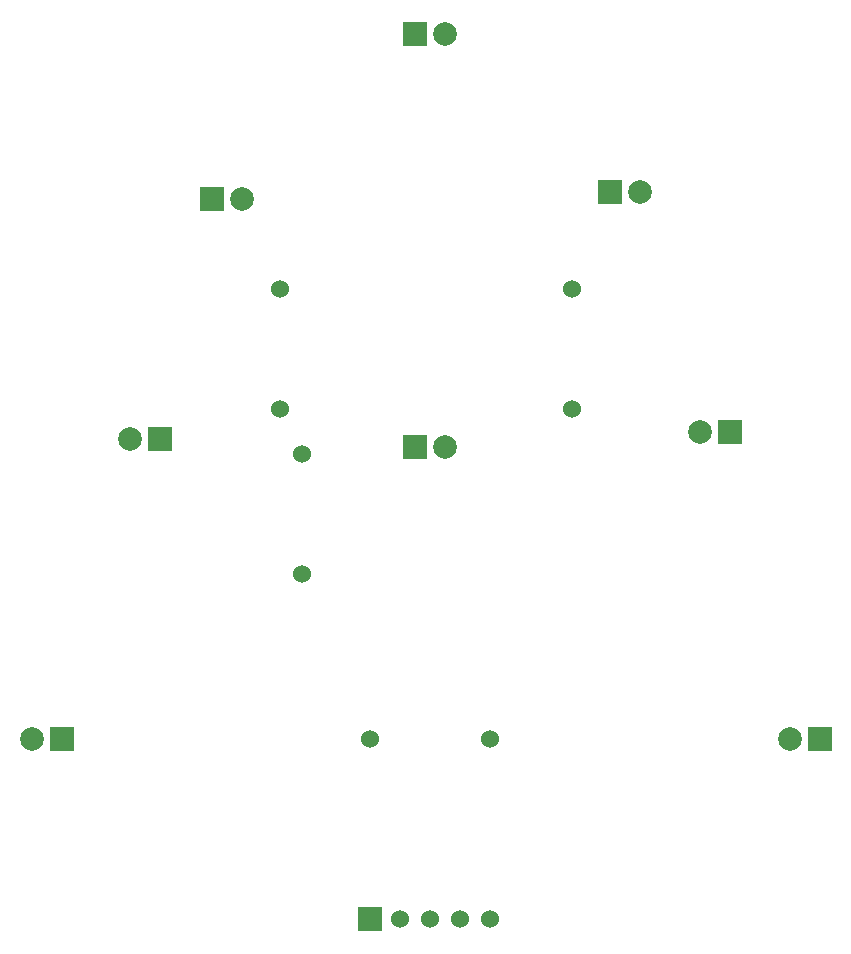
<source format=gtl>
G04 #@! TF.FileFunction,Copper,L1,Top,Signal*
%FSLAX46Y46*%
G04 Gerber Fmt 4.6, Leading zero omitted, Abs format (unit mm)*
G04 Created by KiCad (PCBNEW 4.0.1-stable) date 27/05/2016 22:40:19*
%MOMM*%
G01*
G04 APERTURE LIST*
%ADD10C,0.100000*%
%ADD11C,1.524000*%
%ADD12R,2.000000X2.000000*%
%ADD13C,2.000000*%
G04 APERTURE END LIST*
D10*
D11*
X104140000Y-116205000D03*
X106680000Y-116205000D03*
X109220000Y-116205000D03*
X111760000Y-116205000D03*
D12*
X101600000Y-116205000D03*
X105410000Y-41275000D03*
D13*
X107950000Y-41275000D03*
D12*
X88265000Y-55245000D03*
D13*
X90805000Y-55245000D03*
D12*
X121920000Y-54610000D03*
D13*
X124460000Y-54610000D03*
D12*
X105410000Y-76200000D03*
D13*
X107950000Y-76200000D03*
D12*
X83820000Y-75565000D03*
D13*
X81280000Y-75565000D03*
D12*
X132080000Y-74930000D03*
D13*
X129540000Y-74930000D03*
D12*
X75565000Y-100965000D03*
D13*
X73025000Y-100965000D03*
D12*
X139700000Y-100965000D03*
D13*
X137160000Y-100965000D03*
D11*
X93980000Y-62865000D03*
X93980000Y-73025000D03*
X118745000Y-73025000D03*
X118745000Y-62865000D03*
X95885000Y-86995000D03*
X95885000Y-76835000D03*
X101600000Y-100965000D03*
X111760000Y-100965000D03*
M02*

</source>
